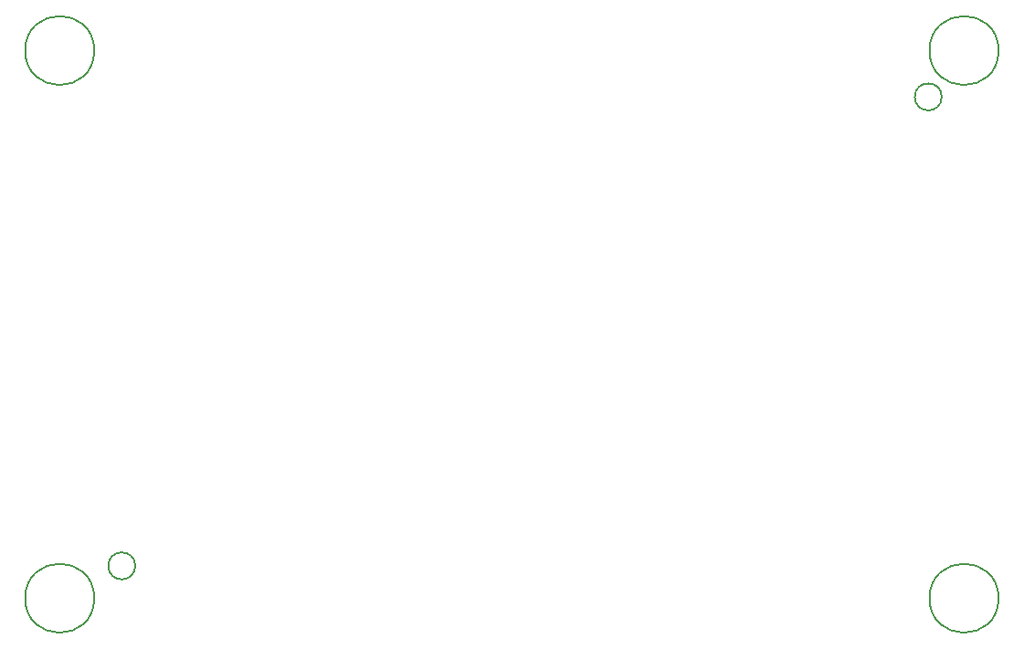
<source format=gbr>
%TF.GenerationSoftware,KiCad,Pcbnew,(6.0.10)*%
%TF.CreationDate,2023-03-03T00:05:23+07:00*%
%TF.ProjectId,wt32_sc01_ext,77743332-5f73-4633-9031-5f6578742e6b,rev?*%
%TF.SameCoordinates,Original*%
%TF.FileFunction,Other,Comment*%
%FSLAX46Y46*%
G04 Gerber Fmt 4.6, Leading zero omitted, Abs format (unit mm)*
G04 Created by KiCad (PCBNEW (6.0.10)) date 2023-03-03 00:05:23*
%MOMM*%
%LPD*%
G01*
G04 APERTURE LIST*
%ADD10C,0.150000*%
G04 APERTURE END LIST*
D10*
%TO.C,H4*%
X6769290Y3428620D02*
G75*
G03*
X6769290Y3428620I-3200000J0D01*
G01*
%TO.C,REF\u002A\u002A*%
X85319290Y49928620D02*
G75*
G03*
X85319290Y49928620I-1250000J0D01*
G01*
X10569290Y6428620D02*
G75*
G03*
X10569290Y6428620I-1250000J0D01*
G01*
%TO.C,H3*%
X90589290Y54228620D02*
G75*
G03*
X90589290Y54228620I-3200000J0D01*
G01*
%TO.C,H1*%
X90589290Y3428620D02*
G75*
G03*
X90589290Y3428620I-3200000J0D01*
G01*
%TO.C,H2*%
X6769290Y54228620D02*
G75*
G03*
X6769290Y54228620I-3200000J0D01*
G01*
%TD*%
M02*

</source>
